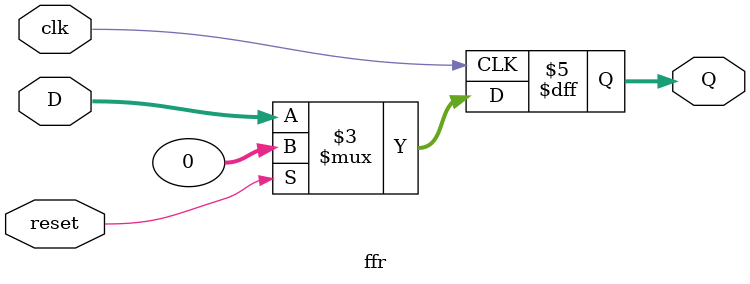
<source format=v>
/* Synchronous Resettable D-FlipFlop
 * Author: Tobias Minn, 29.08.2016   
 * 
*/ 

module ffr #(parameter WIDTH=32)(
        input [WIDTH-1:0] D,
        input clk,
        input reset,
        output reg [WIDTH-1:0] Q    );
        
        always @ (posedge clk)
        begin
            if(reset)
                Q <= 32'b0;
            else
                Q <= D;
        end
endmodule
</source>
